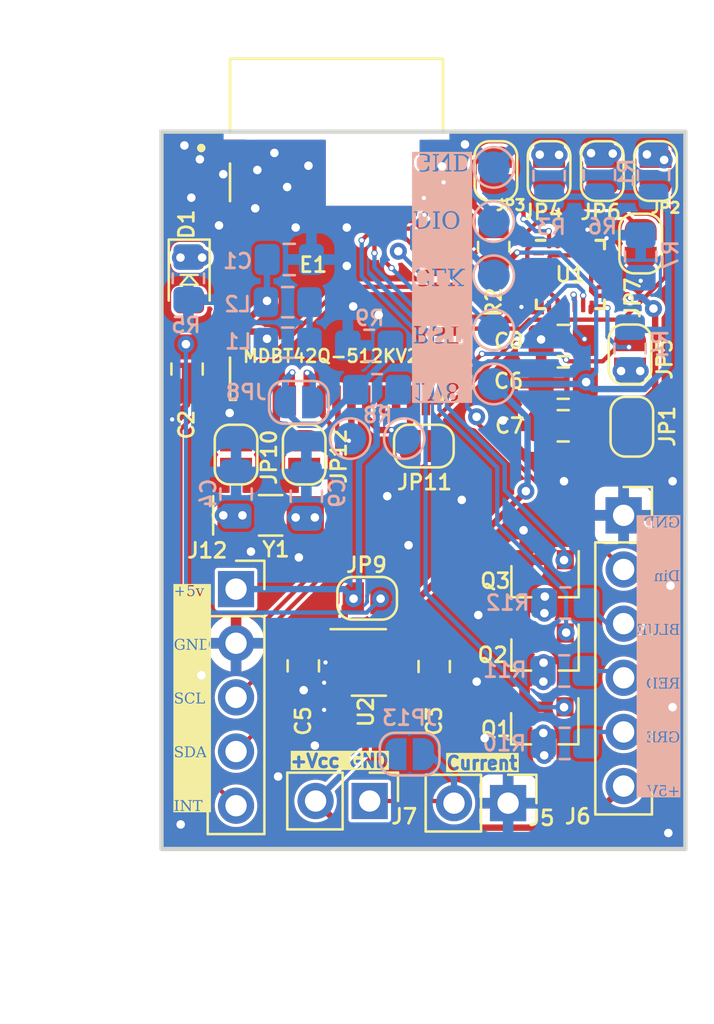
<source format=kicad_pcb>
(kicad_pcb (version 20240108) (generator "pcbnew") (generator_version "8.0")
  (layers (0 "F.Cu" mixed) (31 "B.Cu" mixed) (34 "B.Paste" user) (35 "F.Paste" user) (36 "B.SilkS" user "B.Silkscreen") (37 "F.SilkS" user "F.Silkscreen") (38 "B.Mask" user) (39 "F.Mask" user) (44 "Edge.Cuts" user))
  (net 0 "")
  (net 1 "+1V8")
  (net 2 "+5V")
  (net 4 "MCU_SWCLK")
  (net 5 "IMU_REGOUT")
  (net 6 "MCU_Reset")
  (net 7 "MCU_SWCDIO")
  (net 8 "IMU_SCL")
  (net 9 "IMU_SDA")
  (net 10 "GND")
  (net 11 "IMU_SDO")
  (net 12 "IMU_CS")
  (net 13 "MCU_XL1")
  (net 14 "MCU_XL2")
  (net 15 "Current_Measure_In")
  (net 16 "BLE_DEC4")
  (net 17 "LED_BLUE_MCU")
  (net 18 "LED_DATA")
  (net 19 "LED_RED_MCU")
  (net 20 "BLE_DCC")
  (net 21 "LED_RED")
  (net 22 "LED_BLUE")
  (net 23 "Net-(L1-Pad2)")
  (net 24 "Net-(Q2-D)")
  (net 25 "Net-(Q3-D)")
  (net 26 "Prox_SDA")
  (net 27 "Prox_INT")
  (net 28 "Prox_SCL")
  (net 29 "Net-(JP4-B)")
  (net 30 "Net-(JP5-B)")
  (net 31 "Net-(JP6-B)")
  (net 32 "IMU_FSYNC")
  (net 33 "IMU_INT")
  (net 34 "V_Measure")
  (net 36 "Net-(JP12-B)")
  (net 37 "Net-(JP1-A)")
  (net 38 "LED_GREEN_MCU")
  (net 39 "Net-(Q1-D)")
  (net 40 "LED_GREEN")
  (net 41 "Net-(D1-K)")
  (net 42 "BLE_Status")
  (net 43 "Net-(E1-P0.03)")
  (net 44 "Net-(E1-P0.10)")
  (net 45 "Net-(JP10-B)")
  (net 46 "Net-(E1-P0.06)")
  (net 47 "Net-(E1-P0.07)")
  (net 48 "Net-(JP2-B)")
  (net 49 "Net-(JP3-B)")
  (net 50 "Net-(JP7-A)")
  (footprint "Capacitor_SMD:C_0805_2012Metric_Pad1.18x1.45mm_HandSolder" (layer "F.Cu") (at 135.1055 70.4908 90)
    (property "Reference" "C3")
    (property "Value" "1uF")
  )
  (footprint "Connector_PinHeader_2.54mm:PinHeader_1x02_P2.54mm_Vertical" (layer "F.Cu") (at 132.075 76.8 -90)
    (property "Reference" "J7")
    (property "Value" "Current_Measure")
  )
  (footprint "Connector_PinSocket_2.54mm:PinSocket_1x05_P2.54mm_Vertical" (layer "F.Cu") (at 125.8 66.86)
    (property "Reference" "J12")
    (property "Value" "Proximity_Sensor")
  )
  (footprint "Jumper:SolderJumper-2_P1.3mm_Open_RoundedPad1.0x1.5mm" (layer "F.Cu") (at 145.5 47.25 90)
    (property "Reference" "JP2")
    (property "Value" "SDO_Connect")
  )
  (footprint "Capacitor_SMD:C_0805_2012Metric_Pad1.18x1.45mm_HandSolder" (layer "F.Cu") (at 141.1625 57.2)
    (property "Reference" "C6")
    (property "Value" "100nF")
  )
  (footprint "Jumper:SolderJumper-2_P1.3mm_Open_RoundedPad1.0x1.5mm" (layer "F.Cu") (at 144.386 59.244 -90)
    (property "Reference" "JP1")
    (property "Value" "IMU_Current_Measure")
  )
  (footprint "Sensor_Motion:InvenSense_QFN-24_3x3mm_P0.4mm" (layer "F.Cu") (at 141.5 52.1)
    (property "Reference" "U1")
    (property "Value" "ICM-20948")
  )
  (footprint "LED_SMD:LED_0805_2012Metric_Pad1.15x1.40mm_HandSolder" (layer "F.Cu") (at 123.6 52.325 -90)
    (property "Reference" "D1")
    (property "Value" "BLE_Indication")
  )
  (footprint "Connector_PinHeader_2.54mm:PinHeader_1x02_P2.54mm_Vertical" (layer "F.Cu") (at 138.575 76.9 -90)
    (property "Reference" "J5")
    (property "Value" "Battery")
  )
  (footprint "Crystal:Crystal_SMD_EuroQuartz_EQ161-2Pin_3.2x1.5mm_HandSoldering" (layer "F.Cu") (at 127.425 63.4)
    (property "Reference" "Y1")
    (property "Value" "32.768kHz")
  )
  (footprint "Package_TO_SOT_SMD:SOT-23-5" (layer "F.Cu") (at 132.0375 70.3)
    (property "Reference" "U2")
    (property "Value" "AP2112K-1.8")
  )
  (footprint "Jumper:SolderJumper-2_P1.3mm_Open_RoundedPad1.0x1.5mm" (layer "F.Cu") (at 131.9559 67.2904)
    (property "Reference" "JP9")
    (property "Value" "LDO_Override")
  )
  (footprint "Capacitor_SMD:C_0805_2012Metric_Pad1.18x1.45mm_HandSolder" (layer "F.Cu") (at 128.9587 70.4615 90)
    (property "Reference" "C5")
    (property "Value" "1uF")
  )
  (footprint "Package_TO_SOT_SMD:SOT-23" (layer "F.Cu") (at 140.2972 73.3816 -90)
    (property "Reference" "Q1")
    (property "Value" "AO3400A")
  )
  (footprint "Jumper:SolderJumper-2_P1.3mm_Open_RoundedPad1.0x1.5mm" (layer "F.Cu") (at 144.8 50.65 90)
    (property "Reference" "JP7")
    (property "Value" "CS_Connect_PD")
  )
  (footprint "RF_Module:RAYTAC_MDBT42Q-512KV2" (layer "F.Cu") (at 130.5161 49.98)
    (property "Reference" "E1")
    (property "Value" "MDBT42Q-512KV2")
  )
  (footprint "Jumper:SolderJumper-2_P1.3mm_Open_RoundedPad1.0x1.5mm" (layer "F.Cu") (at 140.5 47.25 90)
    (property "Reference" "JP4")
    (property "Value" "SCL_Connect")
  )
  (footprint "Jumper:SolderJumper-2_P1.3mm_Open_RoundedPad1.0x1.5mm" (layer "F.Cu") (at 143 47.25 90)
    (property "Reference" "JP6")
    (property "Value" "CS_Connect_PU")
  )
  (footprint "Capacitor_SMD:C_0805_2012Metric_Pad1.18x1.45mm_HandSolder" (layer "F.Cu") (at 141.1625 55.2)
    (property "Reference" "C8")
    (property "Value" "100nF")
  )
  (footprint "Jumper:SolderJumper-2_P1.3mm_Open_RoundedPad1.0x1.5mm" (layer "F.Cu") (at 125.8 60.55 -90)
    (property "Reference" "JP10")
    (property "Value" "Crystal_Connect")
  )
  (footprint "Package_TO_SOT_SMD:SOT-23" (layer "F.Cu") (at 140.3112 66.4828 -90)
    (property "Reference" "Q3")
    (property "Value" "AO3400A")
  )
  (footprint "Jumper:SolderJumper-2_P1.3mm_Open_RoundedPad1.0x1.5mm" (layer "F.Cu") (at 144.3 55.85 -90)
    (property "Reference" "JP5")
    (property "Value" "INT_Connect")
  )
  (footprint "Jumper:SolderJumper-2_P1.3mm_Open_RoundedPad1.0x1.5mm" (layer "F.Cu") (at 138 47.25 90)
    (property "Reference" "JP3")
    (property "Value" "SDA_Connect")
  )
  (footprint "Package_TO_SOT_SMD:SOT-23" (layer "F.Cu") (at 140.3096 69.9212 -90)
    (property "Reference" "Q2")
    (property "Value" "AO3400A")
  )
  (footprint "Connector_PinSocket_2.54mm:PinSocket_1x06_P2.54mm_Vertical" (layer "F.Cu") (at 144 63.4)
    (property "Reference" "J6")
    (property "Value" "RGB_LED")
  )
  (footprint "Jumper:SolderJumper-2_P1.3mm_Open_RoundedPad1.0x1.5mm" (layer "F.Cu") (at 134.62 60.15)
    (property "Reference" "JP11")
    (property "Value" "FSYNC_Connect")
  )
  (footprint "Capacitor_SMD:C_0805_2012Metric_Pad1.18x1.45mm_HandSolder" (layer "F.Cu") (at 141.1625 59.2)
    (property "Reference" "C7")
    (property "Value" "100nF")
  )
  (footprint "Jumper:SolderJumper-2_P1.3mm_Open_RoundedPad1.0x1.5mm" (layer "F.Cu") (at 129 60.55 -90)
    (property "Reference" "JP12")
    (property "Value" "Crystal_Connect")
  )
  (footprint "Capacitor_SMD:C_0805_2012Metric_Pad1.18x1.45mm_HandSolder" (layer "F.Cu") (at 123.5 56.5375 90)
    (property "Reference" "C2")
    (property "Value" "10uF")
  )
  (footprint "Resistor_SMD:R_0805_2012Metric_Pad1.20x1.40mm_HandSolder" (layer "F.Cu") (at 137.9 50.8 -90)
    (property "Reference" "R2")
    (property "Value" "10k")
  )
  (footprint "Inductor_SMD:L_0805_2012Metric_Pad1.15x1.40mm_HandSolder" (layer "B.Cu") (at 128.225 55.3)
    (property "Reference" "L1")
    (property "Value" "15nH")
  )
  (footprint "Capacitor_SMD:C_0805_2012Metric_Pad1.18x1.45mm_HandSolder" (layer "B.Cu") (at 125.8 62.4 -90)
    (property "Reference" "C4")
    (property "Value" "12pF")
  )
  (footprint "Resistor_SMD:R_0805_2012Metric_Pad1.20x1.40mm_HandSolder" (layer "B.Cu") (at 144.3 55.576 90)
    (property "Reference" "R4")
    (property "Value" "10k")
  )
  (footprint "Resistor_SMD:R_0805_2012Metric_Pad1.20x1.40mm_HandSolder" (layer "B.Cu") (at 144.8 51.258 -90)
    (property "Reference" "R7")
    (property "Value" "10k")
  )
  (footprint "Resistor_SMD:R_0805_2012Metric_Pad1.20x1.40mm_HandSolder" (layer "B.Cu") (at 142.862 47.432 -90)
    (property "Reference" "R6")
    (property "Value" "10k")
  )
  (footprint "TestPoint:TestPoint_Pad_D1.5mm" (layer "B.Cu") (at 137.9 57.24)
    (property "Reference" "J8" (hide yes))
    (property "Value" "Conn_01x01" (hide yes))
  )
  (footprint "Capacitor_SMD:C_0805_2012Metric_Pad1.18x1.45mm_HandSolder" (layer "B.Cu") (at 129.1 62.5 -90)
    (property "Reference" "C9")
    (property "Value" "12pF")
  )
  (footprint "Resistor_SMD:R_0805_2012Metric_Pad1.20x1.40mm_HandSolder" (layer "B.Cu") (at 132.42 57.51 180)
    (property "Reference" "R8")
    (property "Value" "150k")
  )
  (footprint "Resistor_SMD:R_0805_2012Metric_Pad1.20x1.40mm_HandSolder" (layer "B.Cu") (at 141.2612 67.5148 180)
    (property "Reference" "R12")
    (property "Value" "100R")
  )
  (footprint "Resistor_SMD:R_0805_2012Metric_Pad1.20x1.40mm_HandSolder" (layer "B.Cu") (at 141.23 74.1 180)
    (property "Reference" "R10")
    (property "Value" "100R")
  )
  (footprint "Resistor_SMD:R_0805_2012Metric_Pad1.20x1.40mm_HandSolder" (layer "B.Cu") (at 141.21 70.7 180)
    (property "Reference" "R11")
    (property "Value" "100R")
  )
  (footprint "TestPoint:TestPoint_Pad_D1.5mm" (layer "B.Cu") (at 137.9 54.7)
    (property "Reference" "J9" (hide yes))
    (property "Value" "Conn_01x01" (hide yes))
  )
  (footprint "Resistor_SMD:R_0805_2012Metric_Pad1.20x1.40mm_HandSolder" (layer "B.Cu") (at 145.402 47.448 -90)
    (property "Reference" "R1")
    (property "Value" "10k")
  )
  (footprint "Jumper:SolderJumper-2_P1.3mm_Open_RoundedPad1.0x1.5mm" (layer "B.Cu") (at 133.95 74.6)
    (property "Reference" "JP13")
    (property "Value" "Current_Measure_Bypass")
  )
  (footprint "Resistor_SMD:R_0805_2012Metric_Pad1.20x1.40mm_HandSolder" (layer "B.Cu") (at 123.56 52.285 -90)
    (property "Reference" "R5")
    (property "Value" "1k")
  )
  (footprint "TestPoint:TestPoint_Pad_D1.5mm" (layer "B.Cu") (at 133.7 59.8 -90)
    (property "Reference" "J2" (hide yes))
    (property "Value" "Conn_01x01" (hide yes))
  )
  (footprint "TestPoint:TestPoint_Pad_D1.5mm" (layer "B.Cu") (at 131.16 59.8 -90)
    (property "Reference" "J1" (hide yes))
    (property "Value" "Conn_01x01" (hide yes))
  )
  (footprint "Jumper:SolderJumper-2_P1.3mm_Open_RoundedPad1.0x1.5mm" (layer "B.Cu") (at 128.75 58.1)
    (property "Reference" "JP8")
    (property "Value" "V_Meas_Backup")
  )
  (footprint "TestPoint:TestPoint_Pad_D1.5mm" (layer "B.Cu") (at 137.9 47.08)
    (property "Reference" "J13" (hide yes))
    (property "Value" "Conn_01x01" (hide yes))
  )
  (footprint "Inductor_SMD:L_0805_2012Metric_Pad1.15x1.40mm_HandSolder" (layer "B.Cu") (at 128.225 53.4 180)
    (property "Reference" "L2")
    (property "Value" "10μH")
  )
  (footprint "Resistor_SMD:R_0805_2012Metric_Pad1.20x1.40mm_HandSolder" (layer "B.Cu") (at 132.05 55.43 180)
    (property "Reference" "R9")
    (property "Value" "150k")
  )
  (footprint "Capacitor_SMD:C_0805_2012Metric_Pad1.18x1.45mm_HandSolder" (layer "B.Cu") (at 128.3 51.4 180)
    (property "Reference" "C1")
    (property "Value" "10uF")
  )
  (footprint "Resistor_SMD:R_0805_2012Metric_Pad1.20x1.40mm_HandSolder" (layer "B.Cu") (at 140.5 47.464 -90)
    (property "Reference" "R3")
    (property "Value" "10k")
  )
  (footprint "TestPoint:TestPoint_Pad_D1.5mm" (layer "B.Cu") (at 137.9 52.16)
    (property "Reference" "J10" (hide yes))
    (property "Value" "Conn_01x01" (hide yes))
  )
  (footprint "TestPoint:TestPoint_Pad_D1.5mm" (layer "B.Cu") (at 137.9 49.62)
    (property "Reference" "J11" (hide yes))
    (property "Value" "Conn_01x01" (hide yes))
  )
  (gr_rect (start 122.3 45.4) (end 146.9 79.05) (stroke (width 0.2)) (fill none) (layer "Edge.Cuts"))
  (gr_text "1V8\n\nRST\n\nCLK\n\nDIO\n\nGND" (at 134.09 46.318 -180) (layer "B.SilkS" knockout) (effects (font (size 0.8 0.8)) (justify left bottom mirror)))
  (gr_text "GND\n\n\nDin\n\n\nBLUE\n\n\nRED\n\n\nGRE\n\n\n+5V" (at 146.65 76.65 0) (layer "B.SilkS" knockout) (effects (font (size 0.5 0.5) (thickness 0.1)) (justify left bottom mirror)))
  (gr_text "Current" (at 135.6 75.375 0) (layer "F.SilkS" knockout) (effects (font (size 0.6 0.6) (thickness 0.15) (bold yes)) (justify left bottom)))
  (gr_text "+5v\n\n\nGND\n\n\nSCL\n\n\nSDA\n\n\nINT" (at 122.875 77.35 0) (layer "F.SilkS" knockout) (effects (font (size 0.5 0.5) (thickness 0.1)) (justify left bottom)))
  (gr_text "+Vcc GND" (at 128.275 75.275 0) (layer "F.SilkS" knockout) (effects (font (size 0.6 0.6) (thickness 0.15) (bold yes)) (justify left bottom)))
  (segment (start 123.444 55.372) (end 125.4669 55.5) (width 0.2) (layer "F.Cu") (net 1))
  (segment (start 142.2 59.2) (end 142.2 57.2) (width 0.3) (layer "F.Cu") (net 1))
  (segment (start 135.0022 69.35) (end 135.1055 69.4533) (width 0.3) (layer "F.Cu") (net 1))
  (segment (start 133.175 69.35) (end 135.0022 69.35) (width 0.3) (layer "F.Cu") (net 1))
  (segment (start 125.4669 55.5) (end 125.4869 55.48) (width 0.2) (layer "F.Cu") (net 1))
  (segment (start 133.175 69.35) (end 133.175 67.8595) (width 0.3) (layer "F.Cu") (net 1))
  (segment (start 139.40838 62.26762) (end 134.3856 67.2904) (width 0.3) (layer "F.Cu") (net 1))
  (segment (start 139 51.075) (end 138.275 51.8) (width 0.3) (layer "F.Cu") (net 1))
  (segment (start 133.175 67.8595) (end 132.6059 67.2904) (width 0.3) (layer "F.Cu") (net 1))
  (segment (start 123.5 55.5) (end 123.444 55.372) (width 0.2) (layer "F.Cu") (net 1))
  (segment (start 138.275 51.8) (end 137.9 51.8) (width 0.3) (layer "F.Cu") (net 1))
  (segment (start 142.894 59.894) (end 144.386 59.894) (width 0.3) (layer "F.Cu") (net 1))
  (segment (start 142.2 59.2) (end 142.894 59.894) (width 0.3) (layer "F.Cu") (net 1))
  (segment (start 134.3856 67.2904) (end 132.6059 67.2904) (width 0.3) (layer "F.Cu") (net 1))
  (via (at 139 51.075) (size 0.3) (drill 0.2) (layers "F.Cu" "B.Cu") (net 1))
  (via (at 123.444 55.372) (size 0.8) (drill 0.4) (layers "F.Cu" "B.Cu") (net 1))
  (via (at 132.588 67.31) (size 0.8) (drill 0.4) (layers "F.Cu" "B.Cu") (net 1))
  (via (at 142.24 57.15) (size 0.8) (drill 0.4) (layers "F.Cu" "B.Cu") (net 1))
  (via (at 139.40838 62.26762) (size 0.8) (drill 0.4) (layers "F.Cu" "B.Cu") (net 1))
  (segment (start 139.49 62.186) (end 139.49 58.83) (width 0.3) (layer "B.Cu") (net 1))
  (segment (start 140.516 48.448) (end 140.5 48.464) (width 0.3) (layer "B.Cu") (net 1))
  (segment (start 139 51.075) (end 140.972818 51.075) (width 0.2) (layer "B.Cu") (net 1))
  (segment (start 146.1 53.98995) (end 146.1 54.7) (width 0.3) (layer "B.Cu") (net 1))
  (segment (start 146.1 53.98995) (end 146.1 56.360744) (width 0.3) (layer "B.Cu") (net 1))
  (segment (start 144.984744 57.476) (end 142.566 57.476) (width 0.3) (layer "B.Cu") (net 1))
  (segment (start 142.566 57.476) (end 142.24 57.15) (width 0.3) (layer "B.Cu") (net 1))
  (segment (start 124.7 67.96) (end 131.938 67.96) (width 0.2) (layer "B.Cu") (net 1))
  (segment (start 139.49 58.83) (end 137.9 57.24) (width 0.3) (layer "B.Cu") (net 1))
  (segment (start 123.444 66.704) (end 124.7 67.96) (width 0.2) (layer "B.Cu") (net 1))
  (segment (start 142.71 52.812182) (end 142.71 56.68) (width 0.2) (layer "B.Cu") (net 1))
  (segment (start 146.1 49.146) (end 146.1 53.98995) (width 0.3) (layer "B.Cu") (net 1))
  (segment (start 146.1 56.360744) (end 144.984744 57.476) (width 0.3) (layer "B.Cu") (net 1))
  (segment (start 144.424 54.7) (end 144.3 54.576) (width 0.3) (layer "B.Cu") (net 1))
  (segment (start 145.402 48.448) (end 140.516 48.448) (width 0.3) (layer "B.Cu") (net 1))
  (segment (start 140.972818 51.075) (end 142.71 52.812182) (width 0.2) (layer "B.Cu") (net 1))
  (segment (start 142.71 56.68) (end 142.24 57.15) (width 0.2) (layer "B.Cu") (net 1))
  (segment (start 142.15 57.24) (end 142.24 57.15) (width 0.3) (layer "B.Cu") (net 1))
  (segment (start 137.9 57.24) (end 142.15 57.24) (width 0.3) (layer "B.Cu") (net 1))
  (segment (start 131.938 67.96) (end 132.588 67.31) (width 0.2) (layer "B.Cu") (net 1))
  (segment (start 139.40838 62.26762) (end 139.49 62.186) (width 0.3) (layer "B.Cu") (net 1))
  (segment (start 145.402 48.448) (end 146.1 49.146) (width 0.3) (layer "B.Cu") (net 1))
  (segment (start 123.444 55.372) (end 123.444 66.704) (width 0.2) (layer "B.Cu") (net 1))
  (segment (start 146.1 54.7) (end 144.424 54.7) (width 0.3) (layer "B.Cu") (net 1))
  (segment (start 130.785 78.05) (end 129.535 76.8) (width 0.3) (layer "F.Cu") (net 2))
  (segment (start 144 76.1) (end 142.05 78.05) (width 0.3) (layer "F.Cu") (net 2))
  (segment (start 131.562499 69.35) (end 130.9 69.35) (width 0.3) (layer "F.Cu") (net 2))
  (segment (start 142.05 78.05) (end 130.785 78.05) (width 0.3) (layer "F.Cu") (net 2))
  (segment (start 131.562499 71.25) (end 131.88 70.932499) (width 0.3) (layer "F.Cu") (net 2))
  (segment (start 131.88 70.932499) (end 131.88 74.455) (width 0.3) (layer "F.Cu") (net 2))
  (segment (start 131.88 74.455) (end 129.535 76.8) (width 0.3) (layer "F.Cu") (net 2))
  (segment (start 130.9 69.35) (end 130.9 67.6963) (width 0.3) (layer "F.Cu") (net 2))
  (segment (start 128.9587 69.424) (end 130.826 69.424) (width 0.3) (layer "F.Cu") (net 2))
  (segment (start 130.9 71.25) (end 131.562499 71.25) (width 0.3) (layer "F.Cu") (net 2))
  (segment (start 130.9 67.6963) (end 131.3059 67.2904) (width 0.3) (layer "F.Cu") (net 2))
  (segment (start 131.88 70.932499) (end 131.88 69.667501) (width 0.3) (layer "F.Cu") (net 2))
  (segment (start 131.88 69.667501) (end 131.562499 69.35) (width 0.3) (layer "F.Cu") (net 2))
  (segment (start 130.826 69.424) (end 130.9 69.35) (width 0.3) (layer "F.Cu") (net 2))
  (via (at 131.318 67.31) (size 0.8) (drill 0.4) (layers "F.Cu" "B.Cu") (net 2))
  (segment (start 133.3 74.6) (end 131.735 74.6) (width 0.3) (layer "B.Cu") (net 2))
  (segment (start 133.42 57.51) (end 132.4 58.53) (width 0.3) (layer "B.Cu") (net 2))
  (segment (start 131.572 67.056) (end 131.318 67.31) (width 0.3) (layer "B.Cu") (net 2))
  (segment (start 131.735 74.6) (end 129.535 76.8) (width 0.3) (layer "B.Cu") (net 2))
  (segment (start 130.868 66.86) (end 131.318 67.31) (width 0.3) (layer "B.Cu") (net 2))
  (segment (start 132.4 60.104925) (end 131.572 60.932925) (width 0.3) (layer "B.Cu") (net 2))
  (segment (start 131.572 60.932925) (end 131.572 67.056) (width 0.3) (layer "B.Cu") (net 2))
  (segment (start 132.4 58.53) (end 132.4 60.104925) (width 0.3) (layer "B.Cu") (net 2))
  (segment (start 125.8 66.86) (end 130.868 66.86) (width 0.3) (layer "B.Cu") (net 2))
  (segment (start 134.654 48.48) (end 135.5453 48.48) (width 0.3) (layer "F.Cu") (net 4))
  (segment (start 134.62 48.514) (end 134.654 48.48) (width 0.3) (layer "F.Cu") (net 4))
  (via (at 134.62 48.514) (size 0.3) (drill 0.2) (layers "F.Cu" "B.Cu") (net 4))
  (segment (start 136.652 49.022) (end 136.652 50.912) (width 0.3) (layer "B.Cu") (net 4))
  (segment (start 136.144 48.514) (end 136.652 49.022) (width 0.3) (layer "B.Cu") (net 4))
  (segment (start 134.62 48.514) (end 134.5661 48.514) (width 0.3) (layer "B.Cu") (net 4))
  (segment (start 134.62 48.514) (end 136.144 48.514) (width 0.3) (layer "B.Cu") (net 4))
  (segment (start 136.652 50.912) (end 137.9 52.16) (width 0.3) (layer "B.Cu") (net 4))
  (segment (start 141.671091 53.071091) (end 141.671091 53.218909) (width 0.2) (layer "F.Cu") (net 5))
  (segment (start 141.7 53.1) (end 141.7 53.6) (width 0.2) (layer "F.Cu") (net 5))
  (segment (start 141.65 53.05) (end 141.671091 53.071091) (width 0.2) (layer "F.Cu") (net 5))
  (segment (start 141.65 53.05) (end 141.7 53.1) (width 0.2) (layer "F.Cu") (net 5))
  (via (at 141.65 53.05) (size 0.3) (drill 0.2) (layers "F.Cu" "B.Cu") (net 5))
  (via (at 142.16 55.13) (size 0.3) (drill 0.2) (layers "F.Cu" "B.Cu") (net 5))
  (segment (start 141.725 53.346397) (end 141.725 54.695) (width 0.2) (layer "B.Cu") (net 5))
  (segment (start 141.65 53.05) (end 141.65 53.271397) (width 0.2) (layer "B.Cu") (net 5))
  (segment (start 141.725 54.695) (end 142.16 55.13) (width 0.2) (layer "B.Cu") (net 5))
  (segment (start 141.65 53.271397) (end 141.725 53.346397) (width 0.2) (layer "B.Cu") (net 5))
  (segment (start 134.65 49.3) (end 134.77 49.18) (width 0.2) (layer "F.Cu") (net 6))
  (segment (start 134.77 49.18) (end 135.5453 49.18) (width 0.2) (layer "F.Cu") (net 6))
  (via (at 134.65 49.3) (size 0.3) (drill 0.2) (layers "F.Cu" "B.Cu") (net 6))
  (segment (start 134.06921 49.88079) (end 134.06921 50.86921) (width 0.2) (layer "B.Cu") (net 6))
  (segment (start 134.06921 50.86921) (end 137.9 54.7) (width 0.2) (layer "B.Cu") (net 6))
  (segment (start 134.65 49.3) (end 134.06921 49.88079) (width 0.2) (layer "B.Cu") (net 6))
  (via (at 135.5453 47.78) (size 0.3) (drill 0.2) (layers "F.Cu" "B.Cu") (net 7))
  (segment (start 136.405 47.78) (end 137.9 49.275) (width 0.3) (layer "B.Cu") (net 7))
  (segment (start 137.9 49.275) (end 137.9 49.62) (width 0.3) (layer "B.Cu") (net 7))
  (segment (start 135.5453 47.78) (end 136.405 47.78) (width 0.3) (layer "B.Cu") (net 7))
  (segment (start 140.9 49.375) (end 140.5 48.975) (width 0.2) (layer "F.Cu") (net 8))
  (segment (start 135.5453 53.38) (end 136.4453 53.38) (width 0.2) (layer "F.Cu") (net 8))
  (segment (start 140.5 49.077818) (end 140.5 47.9) (width 0.2) (layer "F.Cu") (net 8))
  (segment (start 140.9 50.6) (end 140.9 49.375) (width 0.2) (layer "F.Cu") (net 8))
  (segment (start 136.8 51.33) (end 137.48 50.65) (width 0.2) (layer "F.Cu") (net 8))
  (segment (start 136.4453 53.38) (end 136.8 53.0253) (width 0.2) (layer "F.Cu") (net 8))
  (segment (start 140.5 48.975) (end 140.5 47.9) (width 0.2) (layer "F.Cu") (net 8))
  (segment (start 137.48 50.65) (end 138.927818 50.65) (width 0.2) (layer "F.Cu") (net 8))
  (segment (start 138.927818 50.65) (end 140.5 49.077818) (width 0.2) (layer "F.Cu") (net 8))
  (segment (start 136.8 53.0253) (end 136.8 51.33) (width 0.2) (layer "F.Cu") (net 8))
  (segment (start 139.3 49.5) (end 139.3 49.2) (width 0.2) (layer "F.Cu") (net 9))
  (segment (start 139.475 52.65) (end 139.475 50.92435) (width 0.2) (layer "F.Cu") (net 9))
  (segment (start 140.5 50.6) (end 140.5 50.09) (width 0.2) (layer "F.Cu") (net 9))
  (segment (start 139.80935 50.59) (end 140.51 50.59) (width 0.2) (layer "F.Cu") (net 9))
  (segment (start 140.5 50.09) (end 140.48 50.07) (width 0.2) (layer "F.Cu") (net 9))
  (segment (start 138 47.9) (end 139.3 49.2) (width 0.2) (layer "F.Cu") (net 9))
  (segment (start 139.475 50.92435) (end 139.80935 50.59) (width 0.2) (layer "F.Cu") (net 9))
  (segment (start 138.045 54.08) (end 139.475 52.65) (width 0.2) (layer "F.Cu") (net 9))
  (segment (start 135.5453 54.08) (end 138.045 54.08) (width 0.2) (layer "F.Cu") (net 9))
  (via (at 140.48 50.07) (size 0.3) (drill 0.2) (layers "F.Cu" "B.Cu") (net 9))
  (via (at 139.3 49.5) (size 0.3) (drill 0.2) (layers "F.Cu" "B.Cu") (net 9))
  (segment (start 139.87 50.07) (end 140.48 50.07) (width 0.2) (layer "B.Cu") (net 9))
  (segment (start 139.3 49.5) (end 139.87 50.07) (width 0.2) (layer "B.Cu") (net 9))
  (segment (start 126.3161 58.0064) (end 126.0936 58.0064) (width 0.3) (layer "F.Cu") (net 10))
  (segment (start 142.32864 50) (end 142.8 50) (width 0.3) (layer "F.Cu") (net 10))
  (segment (start 142.3 50.02864) (end 142.3 50) (width 0.3) (layer "F.Cu") (net 10))
  (segment (start 142.3 50) (end 142.32864 50) (width 0.3) (layer "F.Cu") (net 10))
  (segment (start 142.32864 50) (end 142.32864 50) (width 0.3) (layer "F.Cu") (net 10))
  (segment (start 130.1 70.3) (end 129.9375 70.4625) (width 0.3) (layer "F.Cu") (net 10))
  (segment (start 142.1 50.22864) (end 142.3 50.02864) (width 0.3) (layer "F.Cu") (net 10))
  (segment (start 126.0936 58.0064) (end 125.5 58.6) (width 0.3) (layer "F.Cu") (net 10))
  (segment (start 129.9375 73.7625) (end 129.5 74.2) (width 0.3) (layer "F.Cu") (net 10))
  (segment (start 142.8 50) (end 143.2 50.4) (width 0.3) (layer "F.Cu") (net 10))
  (segment (start 129.9375 70.4625) (end 129.9375 73.7625) (width 0.3) (layer "F.Cu") (net 10))
  (segment (start 122.8 58.9) (end 123.5 58.2) (width 0.3) (layer "F.Cu") (net 10))
  (segment (start 123.5 58.2) (end 123.5 57.575) (width 0.3) (layer "F.Cu") (net 10))
  (segment (start 143.2 50.9) (end 143.2 50.4) (width 0.3) (layer "F.Cu") (net 10))
  (segment (start 130.9 70.3) (end 130.1 70.3) (width 0.3) (layer "F.Cu") (net 10))
  (segment (start 143 51.1) (end 143.2 50.9) (width 0.3) (layer "F.Cu") (net 10))
  (segment (start 142.1 50.6) (end 142.1 50.22864) (width 0.3) (layer "F.Cu") (net 10))
  (via (at 131.3 53.6) (size 0.8) (drill 0.4) (layers "F.Cu" "B.Cu") (net 10))
  (via (at 125.5 58.6) (size 0.8) (drill 0.4) (layers "F.Cu" "B.Cu") (net 10))
  (via (at 123.7 48.5) (size 0.8) (drill 0.4) (layers "F.Cu" "B.Cu") (net 10))
  (via (at 128.2 48) (size 0.8) (drill 0.4) (layers "F.Cu" "B.Cu") (net 10))
  (via (at 128.75 65.375) (size 0.8) (drill 0.4) (layers "F.Cu" "B.Cu") (net 10))
  (via (at 139.2 53.625) (size 0.3) (drill 0.2) (layers "F.Cu" "B.Cu") (net 10))
  (via (at 146.2 66.7) (size 0.8) (drill 0.4) (layers "F.Cu" "B.Cu") (net 10))
  (via (at 137.475 73.85) (size 0.8) (drill 0.4) (layers "F.Cu" "B.Cu") (net 10))
  (via (at 142.3 50) (size 0.3) (drill 0.2) (layers "F.Cu" "B.Cu") (net 10))
  (via (at 146.1 78.3) (size 0.8) (drill 0.4) (layers "F.Cu" "B.Cu") (net 10))
  (via (at 126.8 47.2) (size 0.8) (drill 0.4) (layers "F.Cu" "B.Cu") (net 10))
  (via (at 125.2 47.4) (size 0.8) (drill 0.4) (layers "F.Cu" "B.Cu") (net 10))
  (via (at 129.9375 72.525) (size 0.3) (drill 0.2) (layers "F.Cu" "B.Cu") (net 10))
  (via (at 131 51.7) (size 0.8) (drill 0.4) (layers "F.Cu" "B.Cu") (net 10))
  (via (at 130 70.3) (size 0.3) (drill 0.2) (layers "F.Cu" "B.Cu") (net 10))
  (via (at 128.975 71.6) (size 0.8) (drill 0.4) (layers "F.Cu" "B.Cu") (net 10))
  (via (at 124.175 70.9) (size 0.8) (drill 0.4) (layers "F.Cu" "B.Cu") (net 10))
  (via (at 123.375 46.05) (size 0.8) (drill 0.4) (layers "F.Cu" "B.Cu") (net 10))
  (via (at 122.8 58.9) (size 0.3) (drill 0.2) (layers "F.Cu" "B.Cu") (net 10))
  (via (at 135.471962 47.029998) (size 0.8) (drill 0.4) (layers "F.Cu" "B.Cu") (net 10))
  (via (at 123.2 77.9) (size 0.8) (drill 0.4) (layers "F.Cu" "B.Cu") (net 10))
  (via (at 129.2 47) (size 0.8) (drill 0.4) (layers "F.Cu" "B.Cu") (net 10))
  (via (at 136.4 62.675) (size 0.8) (drill 0.4) (layers "F.Cu" "B.Cu") (net 10))
  (via (at 136.55 46) (size 0.8) (drill 0.4) (layers "F.Cu" "B.Cu") (net 10))
  (via (at 137.1 71.2) (size 0.8) (drill 0.4) (layers "F.Cu" "B.Cu") (net 10))
  (via (at 126.7 49) (size 0.8) (drill 0.4) (layers "F.Cu" "B.Cu") (net 10))
  (via (at 141.2 61.8) (size 0.8) (drill 0.4) (layers "F.Cu" "B.Cu") (net 10))
  (via (at 129.5 74.2) (size 0.8) (drill 0.4) (layers "F.Cu" "B.Cu") (net 10))
  (via (at 132.5 54) (size 0.8) (drill 0.4) (layers "F.Cu" "B.Cu") (net 10))
  (via (at 127.775 75.65) (size 0.8) (drill 0.4) (layers "F.Cu" "B.Cu") (net 10))
  (via (at 132.9 62.5) (size 0.8) (drill 0.4) (layers "F.Cu" "B.Cu") (net 10))
  (via (at 131 49.9) (size 0.8) (drill 0.4) (layers "F.Cu" "B.Cu") (net 10))
  (via (at 138.325 58.95) (size 0.8) (drill 0.4) (layers "F.Cu" "B.Cu") (net 10))
  (via (at 126.5 65.1) (size 0.8) (drill 0.4) (layers "F.Cu" "B.Cu") (net 10))
  (via (at 143.2 50.4) (size 0.3) (drill 0.2) (layers "F.Cu" "B.Cu") (net 10))
  (via (at 146.3 61.8) (size 0.8) (drill 0.4) (layers "F.Cu" "B.Cu") (net 10))
  (via (at 133.9 64.8) (size 0.8) (drill 0.4) (layers "F.Cu" "B.Cu") (net 10))
  (via (at 125 49.8) (size 0.8) (drill 0.4) (layers "F.Cu" "B.Cu") (net 10))
  (via (at 124.1 46.7) (size 0.8) (drill 0.4) (layers "F.Cu" "B.Cu") (net 10))
  (via (at 146.3 72.4) (size 0.8) (drill 0.4) (layers "F.Cu" "B.Cu") (net 10))
  (via (at 129.9375 71.25) (size 0.3) (drill 0.2) (layers "F.Cu" "B.Cu") (net 10))
  (via (at 139.3 64.1) (size 0.8) (drill 0.4) (layers "F.Cu" "B.Cu") (net 10))
  (via (at 140.125 55.15) (size 0.8) (drill 0.4) (layers "F.Cu" "B.Cu") (net 10))
  (via (at 127.6 46.4) (size 0.8) (drill 0.4) (layers "F.Cu" "B.Cu") (net 10))
  (via (at 128.6 49.9) (size 0.8) (drill 0.4) (layers "F.Cu" "B.Cu") (net 10))
  (via (at 137.175 68.075) (size 0.8) (drill 0.4) (layers "F.Cu" "B.Cu") (net 10))
  (segment (start 141.31 54.225) (end 141.195 54.225) (width 0.2) (layer "F.Cu") (net 11))
  (segment (start 139.158466 54.64) (end 135.6853 54.64) (width 0.2) (layer "F.Cu") (net 11))
  (segment (start 141.3 54.215) (end 141.31 54.225) (width 0.2) (layer "F.Cu") (net 11))
  (segment (start 145.5 47.9) (end 145.959496 48.359496) (width 0.2) (layer "F.Cu") (net 11))
  (segment (start 145.959496 52.215504) (end 143.955 54.22) (width 0.2) (layer "F.Cu") (net 11))
  (segment (start 143.955 54.22) (end 141.2 54.22) (width 0.2) (layer "F.Cu") (net 11))
  (segment (start 145.959496 48.359496) (end 145.959496 52.215504) (width 0.2) (layer "F.Cu") (net 11))
  (segment (start 141.3 53.6) (end 141.3 54.215) (width 0.2) (layer "F.Cu") (net 11))
  (segment (start 135.6853 54.64) (end 135.5453 54.78) (width 0.2) (layer "F.Cu") (net 11))
  (segment (start 141.195 54.225) (end 139.573466 54.225) (width 0.2) (layer "F.Cu") (net 11))
  (segment (start 141.2 54.22) (end 141.195 54.225) (width 0.2) (layer "F.Cu") (net 11))
  (segment (start 139.573466 54.225) (end 139.158466 54.64) (width 0.2) (layer "F.Cu") (net 11))
  (segment (start 144.1 49.3) (end 144.8 50) (width 0.2) (layer "F.Cu") (net 12))
  (segment (start 141.3 50.6) (end 141.3 50) (width 0.2) (layer "F.Cu") (net 12))
  (segment (start 143 49.3) (end 143 47.9) (width 0.2) (layer "F.Cu") (net 12))
  (segment (start 142 49.3) (end 144.1 49.3) (width 0.2) (layer "F.Cu") (net 12))
  (segment (start 141.3 50) (end 142 49.3) (width 0.2) (layer "F.Cu") (net 12))
  (segment (start 126.555 59.9) (end 127.0161 59.4389) (width 0.3) (layer "F.Cu") (net 13))
  (segment (start 127.0161 59.4389) (end 127.0161 58.0064) (width 0.3) (layer "F.Cu") (net 13))
  (segment (start 125.8 59.9) (end 126.555 59.9) (width 0.3) (layer "F.Cu") (net 13))
  (segment (start 127.7161 58.0064) (end 127.7161 59.3711) (width 0.3) (layer "F.Cu") (net 14))
  (segment (start 128.245 59.9) (end 129 59.9) (width 0.3) (layer "F.Cu") (net 14))
  (segment (start 127.7161 59.3711) (end 128.245 59.9) (width 0.3) (layer "F.Cu") (net 14))
  (segment (start 135.935 76.8) (end 136.035 76.9) (width 0.2) (layer "F.Cu") (net 15))
  (segment (start 132.075 76.8) (end 135.935 76.8) (width 0.2) (layer "F.Cu") (net 15))
  (segment (start 134.6 74.6) (end 134.9 74.6) (width 0.3) (layer "B.Cu") (net 15))
  (segment (start 134.9 74.6) (end 136.035 75.735) (width 0.3) (layer "B.Cu") (net 15))
  (segment (start 136.035 75.735) (end 136.035 76.9) (width 0.3) (layer "B.Cu") (net 15))
  (segment (start 125.4869 54.08) (end 126.514 54.08) (width 0.3) (layer "F.Cu") (net 16))
  (segment (start 126.514 54.08) (end 127.254 53.34) (width 0.3) (layer "F.Cu") (net 16))
  (via (at 127.254 53.34) (size 0.8) (drill 0.4) (layers "F.Cu" "B.Cu") (net 16))
  (segment (start 127.254 53.34) (end 127.254 51.4085) (width 0.3) (layer "B.Cu") (net 16))
  (segment (start 127.254 51.4085) (end 127.2625 51.4) (width 0.3) (layer "B.Cu") (net 16))
  (segment (start 133.2 50.3) (end 133.6653 50.3) (width 0.2) (layer "F.Cu") (net 17))
  (segment (start 133.6653 50.3) (end 134.6453 51.28) (width 0.2) (layer "F.Cu") (net 17))
  (segment (start 132.76921 51.46921) (end 132.76921 50.73079) (width 0.2) (layer "F.Cu") (net 17))
  (segment (start 132.76921 50.73079) (end 133.2 50.3) (width 0.2) (layer "F.Cu") (net 17))
  (segment (start 133.1 51.8) (end 132.76921 51.46921) (width 0.2) (layer "F.Cu") (net 17))
  (segment (start 134.6453 51.28) (end 135.5453 51.28) (width 0.2) (layer "F.Cu") (net 17))
  (via (at 133.1 51.8) (size 0.3) (drill 0.2) (layers "F.Cu" "B.Cu") (net 17))
  (via (at 141.2 65.5) (size 0.8) (drill 0.4) (layers "F.Cu" "B.Cu") (net 17))
  (segment (start 138.415 62.215) (end 141.2 65) (width 0.2) (layer "B.Cu") (net 17))
  (segment (start 135.7 58.3) (end 138.415 61.015) (width 0.2) (layer "B.Cu") (net 17))
  (segment (start 133.1 51.8) (end 135.7 54.4) (width 0.2) (layer "B.Cu") (net 17))
  (segment (start 138.415 61.015) (end 138.415 62.215) (width 0.2) (layer "B.Cu") (net 17))
  (segment (start 135.7 54.4) (end 135.7 58.3) (width 0.2) (layer "B.Cu") (net 17))
  (segment (start 141.2 65) (end 141.2 65.5) (width 0.2) (layer "B.Cu") (net 17))
  (segment (start 133.41921 51.012214) (end 134.386996 51.98) (width 0.2) (layer "F.Cu") (net 18))
  (segment (start 137.09712 59.03712) (end 144 65.94) (width 0.2) (layer "F.Cu") (net 18))
  (segment (start 137.09712 58.77788) (end 137.09712 59.03712) (width 0.2) (layer "F.Cu") (net 18))
  (segment (start 134.386996 51.98) (end 135.5453 51.98) (width 0.2) (layer "F.Cu") (net 18))
  (via (at 137.09712 58.77788) (size 0.8) (drill 0.4) (layers "F.Cu" "B.Cu") (net 18))
  (via (at 133.41921 51.012214) (size 0.8) (drill 0.4) (layers "F.Cu" "B.Cu") (net 18))
  (segment (start 136.65 58.33076) (end 136.65 54.243004) (width 0.2) (layer "B.Cu") (net 18))
  (segment (start 137.09712 58.77788) (end 136.65 58.33076) (width 0.2) (layer "B.Cu") (net 18))
  (segment (start 136.65 54.243004) (end 133.41921 51.012214) (width 0.2) (layer "B.Cu") (net 18))
  (segment (start 132.3 50.4) (end 132.75 49.95) (width 0.2) (layer "F.Cu") (net 19))
  (segment (start 132.75 49.95) (end 134.008182 49.95) (width 0.2) (layer "F.Cu") (net 19))
  (segment (start 134.008182 49.95) (end 134.638182 50.58) (width 0.2) (layer "F.Cu") (net 19))
  (segment (start 132.3 51.1) (end 132.3 50.4) (width 0.2) (layer "F.Cu") (net 19))
  (segment (start 134.638182 50.58) (end 135.5453 50.58) (width 0.2) (layer "F.Cu") (net 19))
  (via (at 141.3 68.9) (size 0.8) (drill 0.4) (layers "F.Cu" "B.Cu") (net 19))
  (via (at 132.3 51.1) (size 0.3) (drill 0.2) (layers "F.Cu" "B.Cu") (net 19))
  (segment (start 141.3 67.039566) (end 141.3 68.9) (width 0.2) (layer "B.Cu") (net 19))
  (segment (start 138.065 63.804566) (end 141.3 67.039566) (width 0.2) (layer "B.Cu") (net 19))
  (segment (start 132.3 51.1) (end 132.3 51.777818) (width 0.2) (layer "B.Cu") (net 19))
  (segment (start 132.3 51.777818) (end 135.35 54.827818) (width 0.2) (layer "B.Cu") (net 19))
  (segment (start 135.35 58.45) (end 138.065 61.165) (width 0.2) (layer "B.Cu") (net 19))
  (segment (start 135.35 54.827818) (end 135.35 58.45) (width 0.2) (layer "B.Cu") (net 19))
  (segment (start 138.065 61.165) (end 138.065 63.804566) (width 0.2) (layer "B.Cu") (net 19))
  (segment (start 126.916 54.78) (end 127.254 55.118) (width 0.3) (layer "F.Cu") (net 20))
  (segment (start 125.4869 54.78) (end 126.916 54.78) (width 0.3) (layer "F.Cu") (net 20))
  (via (at 127.254 55.118) (size 0.8) (drill 0.4) (layers "F.Cu" "B.Cu") (net 20))
  (segment (start 142.21 70.7) (end 143.68 70.7) (width 0.2) (layer "B.Cu") (net 21))
  (segment (start 143.68 70.7) (end 144 71.02) (width 0.2) (layer "B.Cu") (net 21))
  (segment (start 142.2612 67.5148) (end 143.2264 68.48) (width 0.2) (layer "B.Cu") (net 22))
  (segment (start 143.2264 68.48) (end 144 68.48) (width 0.2) (layer "B.Cu") (net 22))
  (segment (start 129.25 53.4) (end 129.25 55.3) (width 0.3) (layer "B.Cu") (net 23))
  (segment (start 140.24 70.8516) (end 140.3096 70.9212) (width 0.2) (layer "F.Cu") (net 24))
  (segment (start 140.24 70.31) (end 140.24 70.8516) (width 0.2) (layer "F.Cu") (net 24))
  (via (at 140.24 70.31) (size 0.8) (drill 0.4) (layers "F.Cu" "B.Cu") (net 24))
  (via (at 140.23 71.2) (size 0.8) (drill 0.4) (layers "F.Cu" "B.Cu") (net 24))
  (segment (start 140.3 67.21) (end 140.3 67.97) (width 0.2) (layer "F.Cu") (net 25))
  (segment (start 140.3 67.97) (end 140.28 67.99) (width 0.2) (layer "F.Cu") (net 25))
  (via (at 140.3 67.21) (size 0.8) (drill 0.4) (layers "F.Cu" "B.Cu") (net 25))
  (via (at 140.28 67.99) (size 0.8) (drill 0.4) (layers "F.Cu" "B.Cu") (net 25))
  (segment (start 130.55 65.525) (end 130.55 58.0403) (width 0.2) (layer "F.Cu") (net 26))
  (segment (start 127.8 68.275) (end 130.55 65.525) (width 0.2) (layer "F.Cu") (net 26))
  (segment (start 125.8 74.48) (end 127.8 72.48) (width 0.2) (layer "F.Cu") (net 26))
  (segment (start 127.8 72.48) (end 127.8 68.275) (width 0.2) (layer "F.Cu") (net 26))
  (segment (start 130.55 58.0403) (end 130.5161 58.0064) (width 0.2) (layer "F.Cu") (net 26))
  (segment (start 124.475 58.080026) (end 126.755026 55.8) (width 0.2) (layer "F.Cu") (net 27))
  (segment (start 127.588 55.8) (end 130.708 52.68) (width 0.2) (layer "F.Cu") (net 27))
  (segment (start 124.475 58.119606) (end 124.475 58.080026) (width 0.2) (layer "F.Cu") (net 27))
  (segment (start 123.19 74.41) (end 123.19 59.365026) (width 0.2) (layer "F.Cu") (net 27))
  (segment (start 130.708 52.68) (end 135.5453 52.68) (width 0.2) (layer "F.Cu") (net 27))
  (segment (start 124.142526 58.4125) (end 124.182106 58.4125) (width 0.2) (layer "F.Cu") (net 27))
  (segment (start 125.8 77.02) (end 123.19 74.41) (width 0.2) (layer "F.Cu") (net 27))
  (segment (start 126.755026 55.8) (end 127.588 55.8) (width 0.2) (layer "F.Cu") (net 27))
  (segment (start 124.182106 58.4125) (end 124.475 58.119606) (width 0.2) (layer "F.Cu") (net 27))
  (segment (start 123.19 59.365026) (end 124.142526 58.4125) (width 0.2) (layer "F.Cu") (net 27))
  (segment (start 129.8161 58.7064) (end 129.8161 58.0064) (width 0.2) (layer "F.Cu") (net 28))
  (segment (start 130.2 65.317) (end 130.2 59.0903) (width 0.2) (layer "F.Cu") (net 28))
  (segment (start 127.225 70.515) (end 127.225 68.292) (width 0.2) (layer "F.Cu") (net 28))
  (segment (start 127.225 68.292) (end 130.2 65.317) (width 0.2) (layer "F.Cu") (net 28))
  (segment (start 130.2 59.0903) (end 129.8161 58.7064) (width 0.2) (layer "F.Cu") (net 28))
  (segment (start 125.8 71.94) (end 127.225 70.515) (width 0.2) (layer "F.Cu") (net 28))
  (via (at 140.06 46.48) (size 0.8) (drill 0.4) (layers "F.Cu" "B.Cu") (net 29))
  (via (at 140.97 46.49) (size 0.8) (drill 0.4) (layers "F.Cu" "B.Cu") (net 29))
  (via (at 143.88 56.63) (size 0.8) (drill 0.4) (layers "F.Cu" "B.Cu") (net 30))
  (via (at 144.78 56.63) (size 0.8) (drill 0.4) (layers "F.Cu" "B.Cu") (net 30))
  (via (at 143.49 46.43) (size 0.8) (drill 0.4) (layers "F.Cu" "B.Cu") (net 31))
  (via (at 142.47 46.41) (size 0.8) (drill 0.4) (layers "F.Cu" "B.Cu") (net 31))
  (segment (start 139 55.1) (end 138.95 55.1) (width 0.2) (layer "F.Cu") (net 32))
  (segment (start 142.1 53.6) (end 142.1 53.085) (width 0.2) (layer "F.Cu") (net 32))
  (segment (start 138.95 55.1) (end 135.27 58.78) (width 0.2) (layer "F.Cu") (net 32))
  (segment (start 135.27 58.78) (end 135.27 60.15) (width 0.2) (layer "F.Cu") (net 32))
  (via (at 142.1 53.085) (size 0.3) (drill 0.2) (layers "F.Cu" "B.Cu") (net 32))
  (via (at 139 55.1) (size 0.3) (drill 0.2) (layers "F.Cu" "B.Cu") (net 32))
  (segment (start 139 54.99) (end 139.01 54.98) (width 0.2) (layer "B.Cu") (net 32))
  (segment (start 139 54.952182) (end 141.322182 52.63) (width 0.2) (layer "B.Cu") (net 32))
  (segment (start 141.322182 52.63) (end 141.83 52.63) (width 0.2) (layer "B.Cu") (net 32))
  (segment (start 139 55.1) (end 139 54.99) (width 0.2) (layer "B.Cu") (net 32))
  (segment (start 139 55.1) (end 139 54.952182) (width 0.2) (layer "B.Cu") (net 32))
  (segment (start 142.1 52.9) (end 142.1 53.085) (width 0.2) (layer "B.Cu") (net 32))
  (segment (start 141.83 52.63) (end 142.1 52.9) (width 0.2) (layer "B.Cu") (net 32))
  (segment (start 137.35 55.825) (end 136.995 56.18) (width 0.2) (layer "F.Cu") (net 33))
  (segment (start 142.45 53.605849) (end 142.45 53.87) (width 0.2) (layer "F.Cu") (net 33))
  (segment (start 143.24 53.68) (end 143.24 53.72) (width 0.2) (layer "F.Cu") (net 33))
  (segment (start 141.375 56.175) (end 143.014373 56.175) (width 0.2) (layer "F.Cu") (net 33))
  (segment (start 143.24 53.72) (end 143.17 53.65) (width 0.2) (layer "F.Cu") (net 33))
  (segment (start 142.455849 53.6) (end 142.45 53.605849) (width 0.2) (layer "F.Cu") (net 33))
  (segment (start 143.2 53.68) (end 143.24 53.68) (width 0.2) (layer "F.Cu") (net 33))
  (segment (start 143.014373 56.175) (end 143.989373 55.2) (width 0.2) (layer "F.Cu") (net 33))
  (segment (start 136.995 56.18) (end 135.5453 56.18) (width 0.2) (layer "F.Cu") (net 33))
  (segment (start 142.5 53.6) (end 142.455849 53.6) (width 0.2) (layer "F.Cu") (net 33))
  (segment (start 142.5 53.6) (end 143.12 53.6) (width 0.2) (layer "F.Cu") (net 33))
  (segment (start 143.12 53.6) (end 143.2 53.68) (width 0.2) (layer "F.Cu") (net 33))
  (segment (start 143.989373 55.2) (end 144.3 55.2) (width 0.2) (layer "F.Cu") (net 33))
  (segment (start 141.3 56.1) (end 141.375 56.175) (width 0.2) (layer "F.Cu") (net 33))
  (via (at 141.3 56.1) (size 0.3) (drill 0.2) (layers "F.Cu" "B.Cu") (net 33))
  (via (at 144.25 55.51) (size 0.3) (drill 0.2) (layers "F.Cu" "B.Cu") (net 33))
  (via (at 143.24 53.68) (size 0.3) (drill 0.2) (layers "F.Cu" "B.Cu") (net 33))
  (via (at 137.35 55.825) (size 0.3) (drill 0.2) (layers "F.Cu" "B.Cu") (net 33))
  (segment (start 143.24 53.68) (end 143.24 55.030034) (width 0.2) (layer "B.Cu") (net 33))
  (segment (start 141.3 56.1) (end 141.025 55.825) (width 0.2) (layer "B.Cu") (net 33))
  (segment (start 143.24 55.030034) (end 143.719966 55.51) (width 0.2) (layer "B.Cu") (net 33))
  (segment (start 141.025 55.825) (end 137.35 55.825) (width 0.2) (layer "B.Cu") (net 33))
  (segment (start 143.719966 55.51) (end 144.25 55.51) (width 0.2) (layer "B.Cu") (net 33))
  (segment (start 128.4161 56.7839) (end 128.4161 56.7239) (width 0.3) (layer "F.Cu") (net 34))
  (segment (start 128.4161 56.7239) (end 128.44 56.7) (width 0.3) (layer "F.Cu") (net 34))
  (segment (start 128.4161 58.0064) (end 128.4161 56.7839) (width 0.3) (layer "F.Cu") (net 34))
  (via (at 128.44 56.7) (size 0.3) (drill 0.2) (layers "F.Cu" "B.Cu") (net 34))
  (segment (start 133.05 55.88) (end 131.42 57.51) (width 0.3) (layer "B.Cu") (net 34))
  (segment (start 128.1 57.04) (end 128.44 56.7) (width 0.3) (layer "B.Cu") (net 34))
  (segment (start 131.42 57.51) (end 129.779 59.151) (width 0.3) (layer "B.Cu") (net 34))
  (segment (start 128.1 58.475679) (end 128.1 58.1) (width 0.3) (layer "B.Cu") (net 34))
  (segment (start 128.775321 59.151) (end 128.1 58.475679) (width 0.3) (layer "B.Cu") (net 34))
  (segment (start 129.779 59.151) (end 128.775321 59.151) (width 0.3) (layer "B.Cu") (net 34))
  (segment (start 128.1 58.1) (end 128.1 57.04) (width 0.3) (layer "B.Cu") (net 34))
  (segment (start 133.05 55.43) (end 133.05 55.88) (width 0.3) (layer "B.Cu") (net 34))
  (segment (start 129.05 63.4) (end 129.05 61.25) (width 0.3) (layer "F.Cu") (net 36))
  (segment (start 129.05 61.25) (end 129 61.2) (width 0.3) (layer "F.Cu") (net 36))
  (via (at 129.5 63.5) (size 0.8) (drill 0.4) (layers "F.Cu" "B.Cu") (net 36))
  (via (at 128.6 63.5) (size 0.8) (drill 0.4) (layers "F.Cu" "B.Cu") (net 36))
  (segment (start 142.416422 51.205) (end 140.583578 51.205) (width 0.2) (layer "F.Cu") (net 37))
  (segment (start 140.525 51.263578) (end 140.525 52.945) (width 0.2) (layer "F.Cu") (net 37))
  (segment (start 142.69935 53.1) (end 142.475 52.87565) (width 0.2) (layer "F.Cu") (net 37))
  (segment (start 145.48 57.5) (end 145.48 53.88) (width 0.3) (layer "F.Cu") (net 37))
  (segment (start 143.7 53.08) (end 143.39136 53.08) (width 0.3) (layer "F.Cu") (net 37))
  (segment (start 140.583578 51.205) (end 140.525 51.263578) (width 0.2) (layer "F.Cu") (net 37))
  (segment (start 145.3 53.7) (end 145.2 53.6) (width 0.3) (layer "F.Cu") (net 37))
  (segment (start 145.4 53.7) (end 145.3 53.7) (width 0.3) (layer "F.Cu") (net 37))
  (segment (start 142.475 52.87565) (end 142.475 51.263578) (width 0.2) (layer "F.Cu") (net 37))
  (segment (start 140.67565 53.075) (end 140.9 53.29935) (width 0.2) (layer "F.Cu") (net 37))
  (segment (start 143.68 53.1) (end 143.7 53.08) (width 0.2) (layer "F.Cu") (net 37))
  (segment (start 144.386 58.594) (end 145.48 57.5) (width 0.3) (layer "F.Cu") (net 37))
  (segment (start 140.525 52.945) (end 140.655 53.075) (width 0.2) (layer "F.Cu") (net 37))
  (segment (start 143 53.1) (end 142.69935 53.1) (width 0.2) (layer "F.Cu") (net 37))
  (segment (start 145.4 53.8) (end 145.4 53.7) (width 0.3) (layer "F.Cu") (net 37))
  (segment (start 144.2 53.1) (end 144.18 53.08) (width 0.3) (layer "F.Cu") (net 37))
  (segment (start 142.475 51.263578) (end 142.416422 51.205) (width 0.2) (layer "F.Cu") (net 37))
  (segment (start 144.18 53.08) (end 143.7 53.08) (width 0.3) (layer "F.Cu") (net 37))
  (segment (start 140.9 53.29935) (end 140.9 53.6) (width 0.2) (layer "F.Cu") (net 37))
  (segment (start 145.48 53.88) (end 145.4 53.8) (width 0.3) (layer "F.Cu") (net 37))
  (segment (start 143 53.1) (end 143.68 53.1) (width 0.2) (layer "F.Cu") (net 37))
  (segment (start 140.655 53.075) (end 140.67565 53.075) (width 0.2) (layer "F.Cu") (net 37))
  (via (at 144.3 53.2) (size 0.3) (drill 0.2) (layers "F.Cu" "B.Cu") (net 37))
  (via (at 145.4 53.7) (size 0.8) (drill 0.4) (layers "F.Cu" "B.Cu") (net 37))
  (segment (start 144.858 53.158) (end 144.3 53.2) (width 0.3) (layer "B.Cu") (net 37))
  (segment (start 145.4 53.7) (end 144.858 53.158) (width 0.3) (layer "B.Cu") (net 37))
  (segment (start 144.3 53.2) (end 144.3 53.158) (width 0.3) (layer "B.Cu") (net 37))
  (segment (start 134.433156 49.88) (end 134.358182 49.805025) (width 0.2) (layer "F.Cu") (net 38))
  (segment (start 131.7 50.5) (end 132.6 49.6) (width 0.2) (layer "F.Cu") (net 38))
  (segment (start 134.358182 49.805025) (end 134.153157 49.6) (width 0.2) (layer "F.Cu") (net 38))
  (segment (start 135.5453 49.88) (end 134.433156 49.88) (width 0.2) (layer "F.Cu") (net 38))
  (segment (start 132.6 49.6) (end 133.222182 49.6) (width 0.2) (layer "F.Cu") (net 38))
  (segment (start 134.153157 49.6) (end 133.222182 49.6) (width 0.2) (layer "F.Cu") (net 38))
  (via (at 141.2 72.4) (size 0.8) (drill 0.4) (layers "F.Cu" "B.Cu") (net 38))
  (via (at 131.7 50.5) (size 0.3) (drill 0.2) (layers "F.Cu" "B.Cu") (net 38))
  (segment (start 134.7 67.019239) (end 134.7 55.2) (width 0.2) (layer "B.Cu") (net 38))
  (segment (start 141.2 72.4) (end 140.080761 72.4) (width 0.2) (layer "B.Cu") (net 38))
  (segment (start 131.7 52.2) (end 131.7 50.5) (width 0.2) (layer "B.Cu") (net 38))
  (segment (start 140.080761 72.4) (end 134.7 67.019239) (width 0.2) (layer "B.Cu") (net 38))
  (segment (start 134.7 55.2) (end 131.7 52.2) (width 0.2) (layer "B.Cu") (net 38))
  (segment (start 140.23 74.3144) (end 140.2972 74.3816) (width 0.2) (layer "F.Cu") (net 39))
  (segment (start 140.23 73.61) (end 140.23 74.3144) (width 0.2) (layer "F.Cu") (net 39))
  (via (at 140.27 74.66) (size 0.8) (drill 0.4) (layers "F.Cu" "B.Cu") (net 39))
  (via (at 140.23 73.61) (size 0.8) (drill 0.4) (layers "F.Cu" "B.Cu") (net 39))
  (segment (start 142.77 73.56) (end 144 73.56) (width 0.2) (layer "B.Cu") (net 40))
  (segment (start 142.23 74.1) (end 142.77 73.56) (width 0.2) (layer "B.Cu") (net 40))
  (via (at 124.206 51.308) (size 0.8) (drill 0.4) (layers "F.Cu" "B.Cu") (net 41))
  (via (at 123.19 51.308) (size 0.8) (drill 0.4) (layers "F.Cu" "B.Cu") (net 41))
  (segment (start 123.6 53.35) (end 125.4569 53.35) (width 0.2) (layer "F.Cu") (net 42))
  (segment (start 125.4569 53.35) (end 125.4869 53.38) (width 0.2) (layer "F.Cu") (net 42))
  (segment (start 129.1161 58.0064) (end 129.1161 56.7161) (width 0.3) (layer "F.Cu") (net 43))
  (via (at 129.14 56.72) (size 0.3) (drill 0.2) (layers "F.Cu" "B.Cu") (net 43))
  (segment (start 129.4 58.1) (end 129.4 56.91) (width 0.3) (layer "B.Cu") (net 43))
  (segment (start 129.4 56.91) (end 129.24 56.75) (width 0.3) (layer "B.Cu") (net 43))
  (segment (start 133.97 60.15) (end 133.97 58.0525) (width 0.3) (layer "F.Cu") (net 44))
  (segment (start 133.97 58.0525) (end 134.0161 58.0064) (width 0.3) (layer "F.Cu") (net 44))
  (segment (start 125.8 63.4) (end 125.8 61.2) (width 0.3) (layer "F.Cu") (net 45))
  (via (at 125.2 63.4) (size 0.8) (drill 0.4) (layers "F.Cu" "B.Cu") (net 45))
  (via (at 126.1 63.4) (size 0.8) (drill 0.4) (layers "F.Cu" "B.Cu") (net 45))
  (segment (start 131.2161 58.0064) (end 131.2161 59.7839) (width 0.3) (layer "F.Cu") (net 46))
  (segment (start 131.2161 59.7839) (end 131.1 59.9) (width 0.3) (layer "F.Cu") (net 46))
  (via (at 131.1 59.9) (size 0.3) (drill 0.2) (layers "F.Cu" "B.Cu") (net 46))
  (segment (start 133.1 59.4) (end 132.5097 59.4) (width 0.3) (layer "F.Cu") (net 47))
  (segment (start 132.5097 59.4) (end 131.9161 58.8064) (width 0.3) (layer "F.Cu") (net 47))
  (segment (start 131.9161 58.8064) (end 131.9161 58.0064) (width 0.3) (layer "F.Cu") (net 47))
  (via (at 133.1 59.4) (size 0.3) (drill 0.2) (layers "F.Cu" "B.Cu") (net 47))
  (via (at 145.90191 46.728205) (size 0.8) (drill 0.4) (layers "F.Cu" "B.Cu") (net 48))
  (via (at 145.09211 46.469887) (size 0.8) (drill 0.4) (layers "F.Cu" "B.Cu") (net 48))
  (segment (start 137.245 46.6) (end 138 46.6) (width 0.3) (layer "F.Cu") (net 49))
  (segment (start 137.9 49.8) (end 136.95 48.85) (width 0.3) (layer "F.Cu") (net 49))
  (segment (start 136.95 46.895) (end 137.245 46.6) (width 0.3) (layer "F.Cu") (net 49))
  (segment (start 136.95 48.85) (end 136.95 46.895) (width 0.3) (layer "F.Cu") (net 49))
  (segment (start 144.8 52.4) (end 144.8 52.3) (width 0.3) (layer "F.Cu") (net 50))
  (segment (start 144.8 51.3) (end 144.8 52.4) (width 0.3) (layer "F.Cu") (net 50))
  (via (at 144.8 52.4) (size 0.3) (drill 0.2) (layers "F.Cu" "B.Cu") (net 50))
  (zone (net 0) (net_name "") (layer "F.Cu") (connect_pads (clearance 0)) (min_thickness 0.25)
    (keepout (tracks not_allowed) (vias not_allowed) (pads not_allowed) (copperpour not_allowed) (footprints allowed))
    (fill (thermal_gap 0.5) (thermal_bridge_width 0.5))
    (polygon (pts (xy 140.625 52.895) (xy 140.625 51.305) (xy 142.375 51.305) (xy 142.375 52.895)))
  )
  (zone (net 10) (net_name "GND") (layers "F&B.Cu") (connect_pads (clearance 0.1)) (min_thickness 0.1) (fill yes (thermal_gap 0.5) (thermal_bridge_width 0.5))
    (polygon (pts (xy 122.305 45.085) (xy 147.475 45.065) (xy 147.13 79.47) (xy 123.81 79.16) (xy 121.55 79.3) (xy 121.84 45.25) (xy 121.9 45.1)))
  )
  (zone (net 0) (net_name "") (layers "F&B.Cu") (connect_pads (clearance 0)) (min_thickness 0.25)
    (keepout (tracks not_allowed) (vias not_allowed) (pads not_allowed) (copperpour not_allowed) (footprints allowed))
    (fill (thermal_gap 0.5) (thermal_bridge_width 0.5))
    (polygon (pts (xy 130.0161 48.88) (xy 134.4161 48.88) (xy 134.4161 45.78) (xy 130.0161 45.78)))
  )
)
</source>
